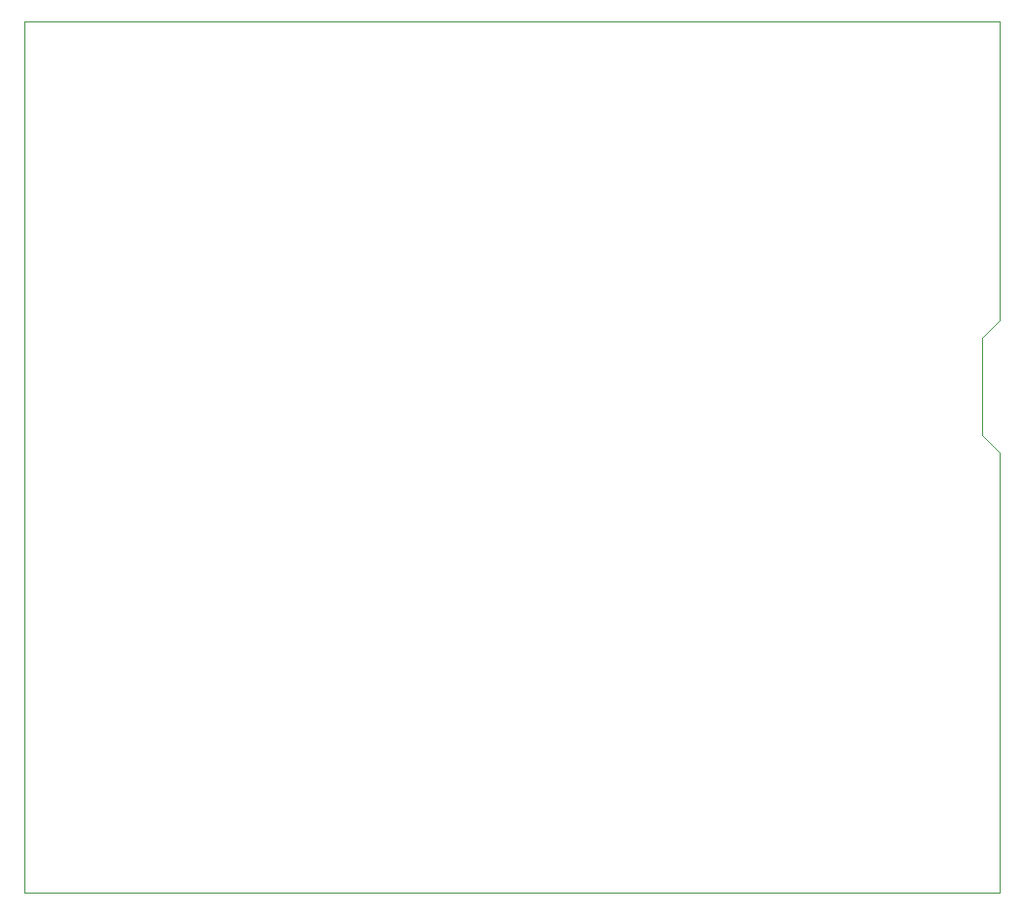
<source format=gbr>
%TF.GenerationSoftware,KiCad,Pcbnew,8.0.8*%
%TF.CreationDate,2025-09-27T22:11:16+09:00*%
%TF.ProjectId,esp_bluepill_board,6573705f-626c-4756-9570-696c6c5f626f,rev?*%
%TF.SameCoordinates,Original*%
%TF.FileFunction,Profile,NP*%
%FSLAX46Y46*%
G04 Gerber Fmt 4.6, Leading zero omitted, Abs format (unit mm)*
G04 Created by KiCad (PCBNEW 8.0.8) date 2025-09-27 22:11:16*
%MOMM*%
%LPD*%
G01*
G04 APERTURE LIST*
%TA.AperFunction,Profile*%
%ADD10C,0.050000*%
%TD*%
G04 APERTURE END LIST*
D10*
X20000000Y-95800000D02*
X20000000Y-20000000D01*
X104700000Y-95800000D02*
X20000000Y-95800000D01*
X104700000Y-57500000D02*
X104700000Y-95800000D01*
X103200000Y-56000000D02*
X104700000Y-57500000D01*
X103200000Y-47500000D02*
X103200000Y-56000000D01*
X104700000Y-46000000D02*
X103200000Y-47500000D01*
X104700000Y-20000000D02*
X104700000Y-46000000D01*
X20000000Y-20000000D02*
X104700000Y-20000000D01*
M02*

</source>
